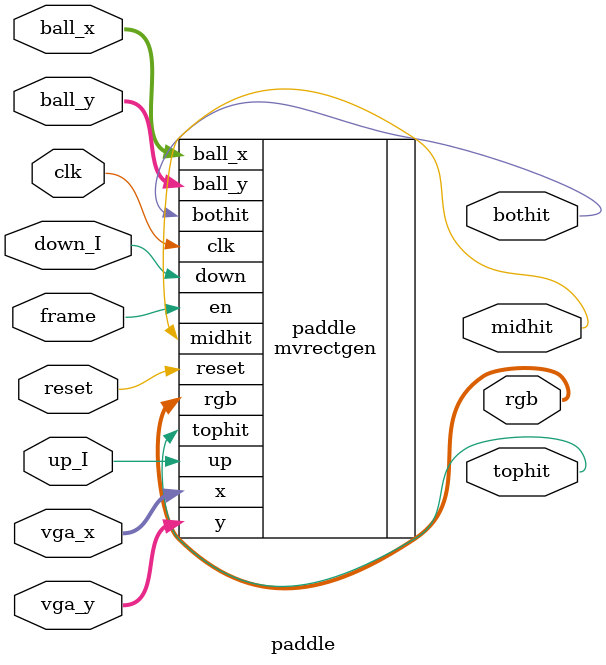
<source format=sv>
`timescale 1ns / 1ps


module paddle(
    input logic reset,
    input logic up_I,
    input logic down_I,
    input logic [9:0] vga_x,
    input logic [9:0] vga_y,
    output logic [11:0] rgb,
    input logic frame,
    input logic clk,
    output logic tophit,
    output logic midhit,
    output logic bothit,
    input logic [9:0] ball_x,
    input logic [9:0] ball_y
    );
    
    parameter XLOC = 0;
    parameter COLOR = 12'hfff;
    parameter OFFSET = 0;
    
    mvrectgen #(.OFFSET(OFFSET), .XLOC(XLOC), .YLOC(), .WIDTH(), .HEIGHT(), .COLOR(COLOR), .UP_LIMIT(136), .DOWN_LIMIT(512)) paddle(.x(vga_x), .y(vga_y), .rgb(rgb), .clk(clk), .up(up_I), .down(down_I), .reset(reset), .en(frame), .ball_x(ball_x), .ball_y(ball_y), .tophit(tophit), .midhit(midhit), .bothit(bothit));
    
endmodule

</source>
